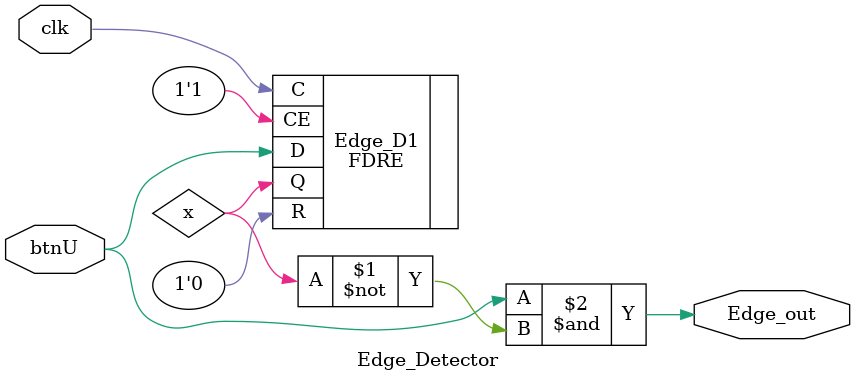
<source format=v>
`timescale 1ns / 1ps


module Edge_Detector(
    input btnU,
    input clk,
    
    output Edge_out
    );
    wire x;
    assign Edge_out = btnU & ~x;
    FDRE #(.INIT(1'b0)) Edge_D1 (.C(clk), .R(1'b0), .CE(1'b1), .D(btnU), .Q(x));
endmodule

</source>
